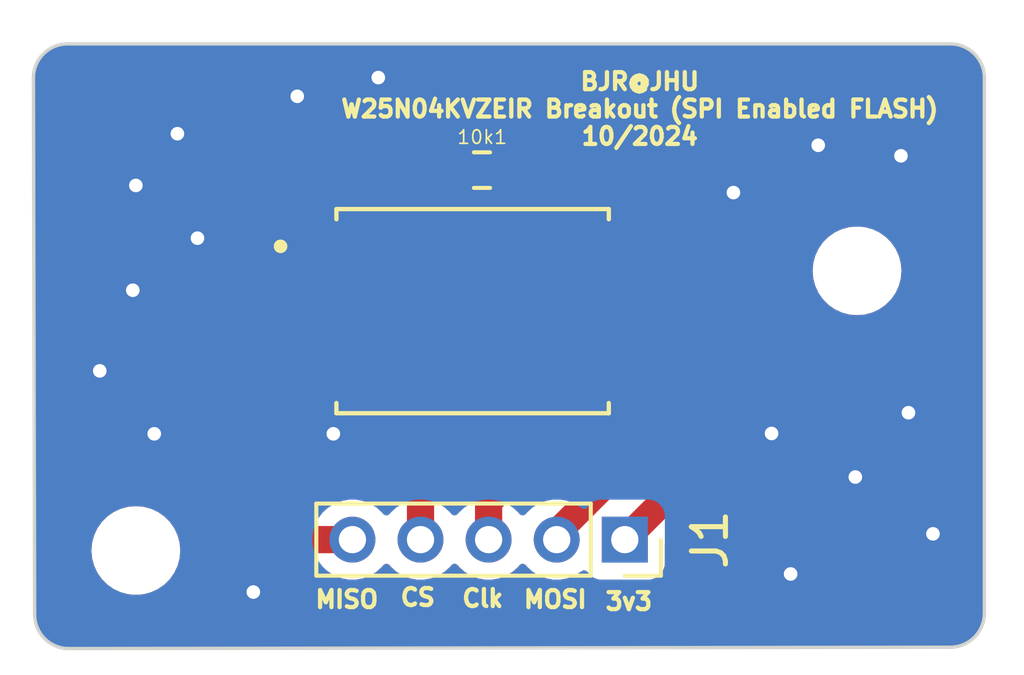
<source format=kicad_pcb>
(kicad_pcb (version 20221018) (generator pcbnew)
  (layers (0 "F.Cu" signal) (31 "B.Cu" signal) (34 "B.Paste" user) (35 "F.Paste" user) (36 "B.SilkS" user "B.Silkscreen") (37 "F.SilkS" user "F.Silkscreen") (38 "B.Mask" user) (39 "F.Mask" user) (44 "Edge.Cuts" user))
  (net 0 "")
  (net 1 "CS")
  (net 2 "D0{slash}MISO")
  (net 4 "GND")
  (net 5 "DI{slash}MOSI")
  (net 7 "Clk")
  (net 8 "VCC")
  (footprint "Connector_PinSocket_2.00mm:PinSocket_1x05_P2.00mm_Vertical" (layer "F.Cu") (at 122.56 67.49 -90)
    (fp_text reference "J1" (at 0 -2.5 90) (layer "F.SilkS"))
    (fp_text value "Conn_01x05" hide)
    (fp_line (start -1.06 1) (end -1.06 9.06) (stroke (width 0.12)) (layer "F.SilkS"))
    (fp_line (start -1.06 1) (end 1.06 1) (stroke (width 0.12)) (layer "F.SilkS"))
    (fp_line (start -1.06 9.06) (end 1.06 9.06) (stroke (width 0.12)) (layer "F.SilkS"))
    (fp_line (start 0 -1.06) (end 1.06 -1.06) (stroke (width 0.12)) (layer "F.SilkS"))
    (fp_line (start 1.06 -1.06) (end 1.06 0) (stroke (width 0.12)) (layer "F.SilkS"))
    (fp_line (start 1.06 1) (end 1.06 9.06) (stroke (width 0.12)) (layer "F.SilkS"))
    (pad "1" thru_hole rect (at 0 0 270) (size 1.35 1.35) (drill 0.8) (layers "*.Cu" "*.Mask") (net 8 "VCC"))
    (pad "2" thru_hole oval (at 0 2 270) (size 1.35 1.35) (drill 0.8) (layers "*.Cu" "*.Mask") (net 5 "DI{slash}MOSI"))
    (pad "3" thru_hole oval (at 0 4 270) (size 1.35 1.35) (drill 0.8) (layers "*.Cu" "*.Mask") (net 7 "Clk"))
    (pad "4" thru_hole oval (at 0 6 270) (size 1.35 1.35) (drill 0.8) (layers "*.Cu" "*.Mask") (net 1 "CS"))
    (pad "5" thru_hole oval (at 0 8 270) (size 1.35 1.35) (drill 0.8) (layers "*.Cu" "*.Mask") (net 2 "D0{slash}MISO"))
  )
  (footprint "MountingHole:MountingHole_2.1mm" (layer "F.Cu") (at 108.2 67.81)
    (fp_text reference "REF**" hide)
    (fp_text value "MountingHole_2.1mm" hide)
    (pad "" np_thru_hole circle (at 0 0) (size 2.1 2.1) (drill 2.1) (layers "*.Cu" "*.Mask"))
  )
  (footprint "MountingHole:MountingHole_2.1mm" (layer "F.Cu") (at 129.38 59.59)
    (fp_text reference "REF**" hide)
    (fp_text value "MountingHole_2.1mm" hide)
    (pad "" np_thru_hole circle (at 0 0) (size 2.1 2.1) (drill 2.1) (layers "F&B.Cu" "*.Mask"))
  )
  (footprint "21xt_footprints:SPIFLASH" (layer "F.Cu") (at 118.09 60.775)
    (fp_text reference "F1" hide)
    (fp_text value "~")
    (fp_line (start -4 -3) (end 4 -3) (stroke (width 0.127)) (layer "F.SilkS"))
    (fp_line (start -4 -2.7) (end -4 -3) (stroke (width 0.127)) (layer "F.SilkS"))
    (fp_line (start -4 3) (end -4 2.7) (stroke (width 0.127)) (layer "F.SilkS"))
    (fp_line (start 4 -3) (end 4 -2.7) (stroke (width 0.127)) (layer "F.SilkS"))
    (fp_line (start 4 3) (end -4 3) (stroke (width 0.127)) (layer "F.SilkS"))
    (fp_line (start 4 3) (end 4 2.7) (stroke (width 0.127)) (layer "F.SilkS"))
    (fp_circle (center -5.64 -1.905) (end -5.54 -1.905) (stroke (width 0.2)) (fill none) (layer "F.SilkS"))
    (pad "1" smd rect (at -4.15 -1.905) (size 1.5 0.8) (layers "F.Cu" "F.Mask") (net 1 "CS"))
    (pad "2" smd rect (at -4.15 -0.635) (size 1.5 0.8) (layers "F.Cu" "F.Mask") (net 2 "D0{slash}MISO"))
    (pad "3" smd rect (at -4.15 0.635) (size 1.5 0.8) (layers "F.Cu" "F.Mask"))
    (pad "4" smd rect (at -4.15 1.905) (size 1.5 0.8) (layers "F.Cu" "F.Mask") (net 4 "GND"))
    (pad "5" smd rect (at 4.15 1.905) (size 1.5 0.8) (layers "F.Cu" "F.Mask") (net 5 "DI{slash}MOSI"))
    (pad "6" smd rect (at 4.15 0.635) (size 1.5 0.8) (layers "F.Cu" "F.Mask"))
    (pad "7" smd rect (at 4.15 -0.635) (size 1.5 0.8) (layers "F.Cu" "F.Mask") (net 7 "Clk"))
    (pad "8" smd rect (at 4.15 -1.905) (size 1.5 0.8) (layers "F.Cu" "F.Mask") (net 8 "VCC"))
    (pad "9" smd rect (at 0 0) (size 3.25 4.05) (layers "F.Cu" "F.Mask"))
  )
  (footprint "Resistor_SMD:R_0603_1608Metric" (layer "F.Cu") (at 118.365 56.63)
    (fp_text reference "10k1" (at 0.005 -0.97) (layer "F.SilkS") (effects (font (size 0.4 0.4) (thickness 0.05))))
    (fp_text value "Rpu")
    (fp_line (start -0.237258 -0.5225) (end 0.237258 -0.5225) (stroke (width 0.12)) (layer "F.SilkS"))
    (fp_line (start -0.237258 0.5225) (end 0.237258 0.5225) (stroke (width 0.12)) (layer "F.SilkS"))
    (pad "1" smd roundrect (at -0.825 0) (size 0.8 0.95) (layers "F.Cu" "F.Paste" "F.Mask") (net 1 "CS"))
    (pad "2" smd roundrect (at 0.825 0) (size 0.8 0.95) (layers "F.Cu" "F.Paste" "F.Mask") (net 8 "VCC"))
  )
  (gr_arc (start 133.12 69.651553) (mid 132.827656 70.35811) (end 132.121554 70.651551) (stroke (width 0.1)) (layer "Edge.Cuts"))
  (gr_arc (start 106.225962 70.691787) (mid 105.520811 70.399057) (end 105.227758 69.69404) (stroke (width 0.1)) (layer "Edge.Cuts"))
  (gr_line (start 132.121554 70.651551) (end 106.225962 70.691787) (stroke (width 0.1)) (layer "Edge.Cuts"))
  (gr_line (start 132.12 52.92) (end 106.192254 52.92) (stroke (width 0.1)) (layer "Edge.Cuts"))
  (gr_arc (start 105.192256 53.922251) (mid 105.484349 53.213673) (end 106.192254 52.92) (stroke (width 0.1)) (layer "Edge.Cuts"))
  (gr_line (start 133.12 69.651553) (end 133.12 53.92) (stroke (width 0.1)) (layer "Edge.Cuts"))
  (gr_line (start 105.227758 69.69404) (end 105.192256 53.922251) (stroke (width 0.1)) (layer "Edge.Cuts"))
  (gr_arc (start 132.12 52.92) (mid 132.827107 53.212893) (end 133.12 53.92) (stroke (width 0.1)) (layer "Edge.Cuts"))
  (gr_text "MISO" (at 113.41 69.54) (layer "F.SilkS") (effects (font (size 0.5 0.5) (thickness 0.125)) (justify left bottom)))
  (gr_text "Clk\n" (at 117.72 69.51) (layer "F.SilkS") (effects (font (size 0.5 0.5) (thickness 0.125)) (justify left bottom)))
  (gr_text "MOSI\n" (at 119.53 69.54) (layer "F.SilkS") (effects (font (size 0.5 0.5) (thickness 0.125)) (justify left bottom)))
  (gr_text "BJR@JHU\nW25N04KVZEIR Breakout (SPI Enabled FLASH)\n10/2024" (at 123 54.83) (layer "F.SilkS") (effects (font (size 0.5 0.5) (thickness 0.125))))
  (gr_text "CS" (at 115.91 69.48) (layer "F.SilkS") (effects (font (size 0.5 0.5) (thickness 0.125)) (justify left bottom)))
  (gr_text "3v3" (at 121.93 69.6) (layer "F.SilkS") (effects (font (size 0.5 0.5) (thickness 0.125)) (justify left bottom)))
  (segment (start 113.96 58.87) (end 116.2 56.63) (width 0.8) (layer "F.Cu") (net 1))
  (segment (start 116.2 56.63) (end 117.54 56.63) (width 0.8) (layer "F.Cu") (net 1))
  (segment (start 114.97 58.87) (end 115.48 59.38) (width 0.8) (layer "F.Cu") (net 1))
  (segment (start 113.94 58.87) (end 114.97 58.87) (width 0.8) (layer "F.Cu") (net 1))
  (segment (start 113.94 58.87) (end 113.96 58.87) (width 0.8) (layer "F.Cu") (net 1))
  (segment (start 115.48 63.71) (end 116.56 64.79) (width 0.8) (layer "F.Cu") (net 1))
  (segment (start 116.56 64.79) (end 116.56 67.49) (width 0.8) (layer "F.Cu") (net 1))
  (segment (start 115.48 59.38) (end 115.48 63.71) (width 0.8) (layer "F.Cu") (net 1))
  (segment (start 110.75 61.42) (end 110.75 64.89) (width 0.8) (layer "F.Cu") (net 2))
  (segment (start 113.94 60.14) (end 112.03 60.14) (width 0.8) (layer "F.Cu") (net 2))
  (segment (start 113.35 67.49) (end 114.56 67.49) (width 0.8) (layer "F.Cu") (net 2))
  (segment (start 112.03 60.14) (end 110.75 61.42) (width 0.8) (layer "F.Cu") (net 2))
  (segment (start 110.75 64.89) (end 113.35 67.49) (width 0.8) (layer "F.Cu") (net 2))
  (segment (start 113.94 62.68) (end 113.94 64.32) (width 0.8) (layer "F.Cu") (net 4))
  (segment (start 113.94 64.32) (end 114 64.38) (width 0.8) (layer "F.Cu") (net 4))
  (via (at 108.74 64.38) (size 0.8) (drill 0.4) (layers "F.Cu" "B.Cu") (net 4))
  (via (at 130.89 63.76) (size 0.8) (drill 0.4) (layers "F.Cu" "B.Cu") (net 4))
  (via (at 114 64.38) (size 0.8) (drill 0.4) (layers "F.Cu" "B.Cu") (net 4))
  (via (at 110.01 58.63) (size 0.8) (drill 0.4) (layers "F.Cu" "B.Cu") (net 4))
  (via (at 112.94 54.46) (size 0.8) (drill 0.4) (layers "F.Cu" "B.Cu") (net 4))
  (via (at 111.65 69.03) (size 0.8) (drill 0.4) (layers "F.Cu" "B.Cu") (net 4))
  (via (at 129.33 65.65) (size 0.8) (drill 0.4) (layers "F.Cu" "B.Cu") (net 4))
  (via (at 131.61 67.32) (size 0.8) (drill 0.4) (layers "F.Cu" "B.Cu") (net 4))
  (via (at 108.11 60.16) (size 0.8) (drill 0.4) (layers "F.Cu" "B.Cu") (net 4))
  (via (at 128.24 55.9) (size 0.8) (drill 0.4) (layers "F.Cu" "B.Cu") (net 4))
  (via (at 108.2 57.08) (size 0.8) (drill 0.4) (layers "F.Cu" "B.Cu") (net 4))
  (via (at 125.75 57.29) (size 0.8) (drill 0.4) (layers "F.Cu" "B.Cu") (net 4))
  (via (at 107.14 62.53) (size 0.8) (drill 0.4) (layers "F.Cu" "B.Cu") (net 4))
  (via (at 109.42 55.56) (size 0.8) (drill 0.4) (layers "F.Cu" "B.Cu") (net 4))
  (via (at 126.87 64.37) (size 0.8) (drill 0.4) (layers "F.Cu" "B.Cu") (net 4))
  (via (at 130.67 56.21) (size 0.8) (drill 0.4) (layers "F.Cu" "B.Cu") (net 4))
  (via (at 127.43 68.5) (size 0.8) (drill 0.4) (layers "F.Cu" "B.Cu") (net 4))
  (via (at 115.32 53.91) (size 0.8) (drill 0.4) (layers "F.Cu" "B.Cu") (net 4))
  (segment (start 120.56 67.291472) (end 120.56 67.49) (width 0.8) (layer "F.Cu") (net 5))
  (segment (start 122.24 62.68) (end 122.24 65.611472) (width 0.8) (layer "F.Cu") (net 5))
  (segment (start 122.24 65.611472) (end 120.56 67.291472) (width 0.8) (layer "F.Cu") (net 5))
  (segment (start 120.42 64.52) (end 118.56 66.38) (width 0.8) (layer "F.Cu") (net 7))
  (segment (start 118.56 66.38) (end 118.56 67.49) (width 0.8) (layer "F.Cu") (net 7))
  (segment (start 121.49 60.14) (end 120.42 61.21) (width 0.8) (layer "F.Cu") (net 7))
  (segment (start 120.42 61.21) (end 120.42 64.52) (width 0.8) (layer "F.Cu") (net 7))
  (segment (start 122.24 60.14) (end 121.49 60.14) (width 0.8) (layer "F.Cu") (net 7))
  (segment (start 122.24 58.87) (end 121.43 58.87) (width 0.8) (layer "F.Cu") (net 8))
  (segment (start 123.29 58.87) (end 124.47 60.05) (width 0.8) (layer "F.Cu") (net 8))
  (segment (start 122.24 58.87) (end 123.29 58.87) (width 0.8) (layer "F.Cu") (net 8))
  (segment (start 121.43 58.87) (end 119.19 56.63) (width 0.8) (layer "F.Cu") (net 8))
  (segment (start 124.47 65.58) (end 122.56 67.49) (width 0.8) (layer "F.Cu") (net 8))
  (segment (start 124.47 60.05) (end 124.47 65.58) (width 0.8) (layer "F.Cu") (net 8))
  (zone (net 4) (net_name "GND") (layers "F&B.Cu") (connect_pads (clearance 0.5)) (min_thickness 0.25) (fill yes (thermal_gap 0.5) (thermal_bridge_width 0.5))
    (polygon (pts (xy 133.66 52.26) (xy 104.21 52.54) (xy 104.49 71.47) (xy 134.09 71.26)))
  )
  (zone (net 4) (net_name "GND") (layer "B.Cu") (priority 1) (connect_pads (clearance 0.5)) (min_thickness 0.25) (fill yes (thermal_gap 0.5) (thermal_bridge_width 0.5))
    (polygon (pts (xy 134.3 51.63) (xy 104.21 52.54) (xy 104.49 71.47) (xy 134.09 71.26)))
  )
)
</source>
